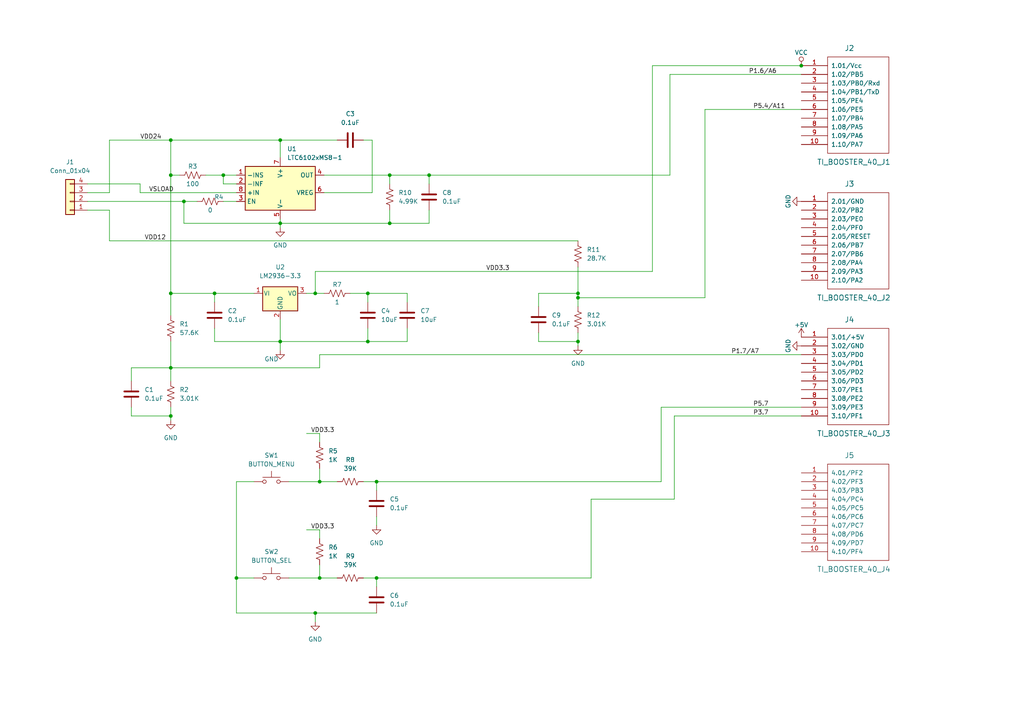
<source format=kicad_sch>
(kicad_sch (version 20211123) (generator eeschema)
  (paper "A4")
  (title_block (date "19 oct 2012"))
  (lib_symbols
    (symbol "Amplifier_Current:LTC6102xMS8-1"
      (property "Reference" "U" (at -10.16 8.89 0))
      (property "Value" "LTC6102xMS8-1" (at 1.27 8.89 0))
      (symbol "LTC6102xMS8-1_0_1"
        (rectangle (start -10.16 7.62) (end 10.16 -5.08) (stroke (width 0.254)) (fill (type background)))
      )
      (symbol "LTC6102xMS8-1_1_1"
        (pin input line (at -12.7 5.08 0) (length 2.54) (name "-INS") (number "1"))
        (pin input line (at -12.7 2.54 0) (length 2.54) (name "-INF") (number "2"))
        (pin input line (at -12.7 -2.54 0) (length 2.54) (name "EN") (number "3"))
        (pin output line (at 12.7 5.08 180) (length 2.54) (name "OUT") (number "4"))
        (pin power_in line (at 0 -7.62 90) (length 2.54) (name "V-") (number "5"))
        (pin output line (at 12.7 0 180) (length 2.54) (name "VREG") (number "6"))
        (pin power_in line (at 0 10.16 270) (length 2.54) (name "V+") (number "7"))
        (pin input line (at -12.7 0 0) (length 2.54) (name "+IN") (number "8"))
      )
    )
    (symbol "Connector_Generic:Conn_01x04" (pin_names (offset 1.016) hide)
      (property "Reference" "J" (at 0 5.08 0))
      (property "Value" "Conn_01x04" (at 0 -7.62 0))
      (symbol "Conn_01x04_1_1"
        (rectangle (start -1.27 -4.953) (end 0 -5.207) (stroke (width 0.1524)))
        (rectangle (start -1.27 -2.413) (end 0 -2.667) (stroke (width 0.1524)))
        (rectangle (start -1.27 0.127) (end 0 -0.127) (stroke (width 0.1524)))
        (rectangle (start -1.27 2.667) (end 0 2.413) (stroke (width 0.1524)))
        (rectangle (start -1.27 3.81) (end 1.27 -6.35) (stroke (width 0.254)) (fill (type background)))
        (pin passive line (at -5.08 2.54 0) (length 3.81) (name "Pin_1") (number "1"))
        (pin passive line (at -5.08 0 0) (length 3.81) (name "Pin_2") (number "2"))
        (pin passive line (at -5.08 -2.54 0) (length 3.81) (name "Pin_3") (number "3"))
        (pin passive line (at -5.08 -5.08 0) (length 3.81) (name "Pin_4") (number "4"))
      )
    )
    (symbol "Device:C" (pin_numbers hide) (pin_names (offset 0.254))
      (property "Reference" "C" (at 0.635 2.54 0))
      (property "Value" "C" (at 0.635 -2.54 0))
      (symbol "C_0_1"
        (polyline (pts (xy -2.032 -0.762) (xy 2.032 -0.762)) (stroke (width 0.508)))
        (polyline (pts (xy -2.032 0.762) (xy 2.032 0.762)) (stroke (width 0.508)))
      )
      (symbol "C_1_1"
        (pin passive line (at 0 3.81 270) (length 2.794) (name "~") (number "1"))
        (pin passive line (at 0 -3.81 90) (length 2.794) (name "~") (number "2"))
      )
    )
    (symbol "Device:R_US" (pin_numbers hide) (pin_names (offset 0))
      (property "Reference" "R" (at 2.54 0 90))
      (property "Value" "R_US" (at -2.54 0 90))
      (symbol "R_US_0_1"
        (polyline (pts (xy 0 -2.286) (xy 0 -2.54)))
        (polyline (pts (xy 0 2.286) (xy 0 2.54)))
        (polyline (pts (xy 0 -0.762) (xy 1.016 -1.143) (xy 0 -1.524) (xy -1.016 -1.905) (xy 0 -2.286)))
        (polyline (pts (xy 0 0.762) (xy 1.016 0.381) (xy 0 0) (xy -1.016 -0.381) (xy 0 -0.762)))
        (polyline (pts (xy 0 2.286) (xy 1.016 1.905) (xy 0 1.524) (xy -1.016 1.143) (xy 0 0.762)))
      )
      (symbol "R_US_1_1"
        (pin passive line (at 0 3.81 270) (length 1.27) (name "~") (number "1"))
        (pin passive line (at 0 -3.81 90) (length 1.27) (name "~") (number "2"))
      )
    )
    (symbol "Regulator_Linear:LM2936-3.3" (pin_names (offset 0.254))
      (property "Reference" "U" (at -3.81 3.175 0))
      (property "Value" "LM2936-3.3" (at 0 3.175 0))
      (symbol "LM2936-3.3_0_1"
        (rectangle (start -5.08 1.905) (end 5.08 -5.08) (stroke (width 0.254)) (fill (type background)))
      )
      (symbol "LM2936-3.3_1_1"
        (pin power_in line (at -7.62 0 0) (length 2.54) (name "VI") (number "1"))
        (pin power_in line (at 0 -7.62 90) (length 2.54) (name "GND") (number "2"))
        (pin power_out line (at 7.62 0 180) (length 2.54) (name "VO") (number "3"))
      )
    )
    (symbol "Switch:SW_Push" (pin_numbers hide) (pin_names (offset 1.016) hide)
      (property "Reference" "SW" (at 1.27 2.54 0))
      (property "Value" "SW_Push" (at 0 -1.524 0))
      (symbol "SW_Push_0_1"
        (circle (center -2.032 0) (radius 0.508))
        (polyline (pts (xy 0 1.27) (xy 0 3.048)))
        (polyline (pts (xy 2.54 1.27) (xy -2.54 1.27)))
        (circle (center 2.032 0) (radius 0.508))
        (pin passive line (at -5.08 0 0) (length 2.54) (name "1") (number "1"))
        (pin passive line (at 5.08 0 180) (length 2.54) (name "2") (number "2"))
      )
    )
    (symbol "boosterpack:Ti_Booster_40_J1" (pin_names (offset 1.016))
      (property "Reference" "J" (at -1.27 16.51 0))
      (property "Value" "Ti_Booster_40_J1" (at 0 -16.51 0))
      (symbol "Ti_Booster_40_J1_0_1"
        (rectangle (start -7.62 13.97) (end 10.16 -13.97))
      )
      (symbol "Ti_Booster_40_J1_1_1"
        (pin power_in line (at -15.24 11.43 0) (length 7.62) (name "1.01/Vcc") (number "1"))
        (pin bidirectional line (at -15.24 -11.43 0) (length 7.62) (name "1.10/PA7") (number "10"))
        (pin bidirectional line (at -15.24 8.89 0) (length 7.62) (name "1.02/PB5") (number "2"))
        (pin bidirectional line (at -15.24 6.35 0) (length 7.62) (name "1.03/PB0/Rxd") (number "3"))
        (pin bidirectional line (at -15.24 3.81 0) (length 7.62) (name "1.04/PB1/TxD") (number "4"))
        (pin bidirectional line (at -15.24 1.27 0) (length 7.62) (name "1.05/PE4") (number "5"))
        (pin bidirectional line (at -15.24 -1.27 0) (length 7.62) (name "1.06/PE5") (number "6"))
        (pin bidirectional line (at -15.24 -3.81 0) (length 7.62) (name "1.07/PB4") (number "7"))
        (pin bidirectional line (at -15.24 -6.35 0) (length 7.62) (name "1.08/PA5") (number "8"))
        (pin bidirectional line (at -15.24 -8.89 0) (length 7.62) (name "1.09/PA6") (number "9"))
      )
    )
    (symbol "boosterpack:Ti_Booster_40_J2" (pin_names (offset 1.016))
      (property "Reference" "J" (at -1.27 16.51 0))
      (property "Value" "Ti_Booster_40_J2" (at 0 -16.51 0))
      (symbol "Ti_Booster_40_J2_0_1"
        (rectangle (start -7.62 13.97) (end 10.16 -13.97))
      )
      (symbol "Ti_Booster_40_J2_1_1"
        (pin power_in line (at -15.24 11.43 0) (length 7.62) (name "2.01/GND") (number "1"))
        (pin bidirectional line (at -15.24 -11.43 0) (length 7.62) (name "2.10/PA2") (number "10"))
        (pin bidirectional line (at -15.24 8.89 0) (length 7.62) (name "2.02/PB2") (number "2"))
        (pin bidirectional line (at -15.24 6.35 0) (length 7.62) (name "2.03/PE0") (number "3"))
        (pin bidirectional line (at -15.24 3.81 0) (length 7.62) (name "2.04/PF0") (number "4"))
        (pin bidirectional line (at -15.24 1.27 0) (length 7.62) (name "2.05/RESET") (number "5"))
        (pin bidirectional line (at -15.24 -1.27 0) (length 7.62) (name "2.06/PB7") (number "6"))
        (pin bidirectional line (at -15.24 -3.81 0) (length 7.62) (name "2.07/PB6") (number "7"))
        (pin bidirectional line (at -15.24 -6.35 0) (length 7.62) (name "2.08/PA4") (number "8"))
        (pin bidirectional line (at -15.24 -8.89 0) (length 7.62) (name "2.09/PA3") (number "9"))
      )
    )
    (symbol "boosterpack:Ti_Booster_40_J3" (pin_names (offset 1.016))
      (property "Reference" "J" (at -1.27 16.51 0))
      (property "Value" "Ti_Booster_40_J3" (at 0 -16.51 0))
      (symbol "Ti_Booster_40_J3_0_1"
        (rectangle (start -7.62 13.97) (end 10.16 -13.97))
      )
      (symbol "Ti_Booster_40_J3_1_1"
        (pin power_in line (at -15.24 11.43 0) (length 7.62) (name "3.01/+5V") (number "1"))
        (pin bidirectional line (at -15.24 -11.43 0) (length 7.62) (name "3.10/PF1") (number "10"))
        (pin bidirectional line (at -15.24 8.89 0) (length 7.62) (name "3.02/GND") (number "2"))
        (pin bidirectional line (at -15.24 6.35 0) (length 7.62) (name "3.03/PD0") (number "3"))
        (pin bidirectional line (at -15.24 3.81 0) (length 7.62) (name "3.04/PD1") (number "4"))
        (pin bidirectional line (at -15.24 1.27 0) (length 7.62) (name "3.05/PD2") (number "5"))
        (pin bidirectional line (at -15.24 -1.27 0) (length 7.62) (name "3.06/PD3") (number "6"))
        (pin bidirectional line (at -15.24 -3.81 0) (length 7.62) (name "3.07/PE1") (number "7"))
        (pin bidirectional line (at -15.24 -6.35 0) (length 7.62) (name "3.08/PE2") (number "8"))
        (pin bidirectional line (at -15.24 -8.89 0) (length 7.62) (name "3.09/PE3") (number "9"))
      )
    )
    (symbol "boosterpack:Ti_Booster_40_J4" (pin_names (offset 1.016))
      (property "Reference" "J" (at -1.27 16.51 0))
      (property "Value" "Ti_Booster_40_J4" (at 0 -16.51 0))
      (symbol "Ti_Booster_40_J4_0_1"
        (rectangle (start -7.62 13.97) (end 10.16 -13.97))
      )
      (symbol "Ti_Booster_40_J4_1_1"
        (pin power_in line (at -15.24 11.43 0) (length 7.62) (name "4.01/PF2") (number "1"))
        (pin bidirectional line (at -15.24 -11.43 0) (length 7.62) (name "4.10/PF4") (number "10"))
        (pin bidirectional line (at -15.24 8.89 0) (length 7.62) (name "4.02/PF3") (number "2"))
        (pin bidirectional line (at -15.24 6.35 0) (length 7.62) (name "4.03/PB3") (number "3"))
        (pin bidirectional line (at -15.24 3.81 0) (length 7.62) (name "4.04/PC4") (number "4"))
        (pin bidirectional line (at -15.24 1.27 0) (length 7.62) (name "4.05/PC5") (number "5"))
        (pin bidirectional line (at -15.24 -1.27 0) (length 7.62) (name "4.06/PC6") (number "6"))
        (pin bidirectional line (at -15.24 -3.81 0) (length 7.62) (name "4.07/PC7") (number "7"))
        (pin bidirectional line (at -15.24 -6.35 0) (length 7.62) (name "4.08/PD6") (number "8"))
        (pin bidirectional line (at -15.24 -8.89 0) (length 7.62) (name "4.09/PD7") (number "9"))
      )
    )
    (symbol "power:+5V" (power) (pin_names (offset 0))
      (property "Value" "+5V" (at 0 3.556 0))
      (symbol "+5V_0_1"
        (polyline (pts (xy -0.762 1.27) (xy 0 2.54)))
        (polyline (pts (xy 0 0) (xy 0 2.54)))
        (polyline (pts (xy 0 2.54) (xy 0.762 1.27)))
      )
      (symbol "+5V_1_1"
        (pin power_in line (at 0 0 90) (length 0) hide (name "+5V") (number "1"))
      )
    )
    (symbol "power:GND" (power) (pin_names (offset 0))
      (property "Value" "GND" (at 0 -3.81 0))
      (symbol "GND_0_1"
        (polyline (pts (xy 0 0) (xy 0 -1.27) (xy 1.27 -1.27) (xy 0 -2.54) (xy -1.27 -1.27) (xy 0 -1.27)))
      )
      (symbol "GND_1_1"
        (pin power_in line (at 0 0 270) (length 0) hide (name "GND") (number "1"))
      )
    )
    (symbol "power:VCC" (power) (pin_names (offset 0))
      (property "Value" "VCC" (at 0 3.81 0))
      (symbol "VCC_0_1"
        (polyline (pts (xy 0 0) (xy 0 1.27)))
        (circle (center 0 1.905) (radius 0.635))
      )
      (symbol "VCC_1_1"
        (pin power_in line (at 0 0 90) (length 0) hide (name "VCC") (number "1"))
      )
    )
  )
  (junction (at 68.58 167.64))
  (junction (at 113.03 64.77))
  (junction (at 92.71 139.7))
  (junction (at 109.22 139.7))
  (junction (at 106.68 99.06))
  (junction (at 81.28 99.06))
  (junction (at 49.53 106.68))
  (junction (at 167.64 86.36))
  (junction (at 167.64 85.09))
  (junction (at 113.03 50.8))
  (junction (at 106.68 85.09))
  (junction (at 49.53 50.8))
  (junction (at 64.77 50.8))
  (junction (at 49.53 40.64))
  (junction (at 167.64 99.06))
  (junction (at 92.71 167.64))
  (junction (at 124.46 50.8))
  (junction (at 109.22 167.64))
  (junction (at 49.53 85.09))
  (junction (at 49.53 120.65))
  (junction (at 62.23 85.09))
  (junction (at 81.28 64.77))
  (junction (at 91.44 85.09))
  (junction (at 81.28 40.64))
  (junction (at 53.34 58.42))
  (junction (at 232.41 19.05))
  (junction (at 91.44 177.8))
  (wire (pts (xy 106.68 85.09) (xy 106.68 87.63)))
  (wire (pts (xy 91.44 85.09) (xy 93.98 85.09)))
  (wire (pts (xy 92.71 135.89) (xy 92.71 139.7)))
  (wire (pts (xy 113.03 64.77) (xy 81.28 64.77)))
  (wire (pts (xy 93.98 50.8) (xy 113.03 50.8)))
  (wire (pts (xy 232.41 31.75) (xy 204.47 31.75)))
  (wire (pts (xy 195.58 144.78) (xy 195.58 120.65)))
  (wire (pts (xy 38.1 118.11) (xy 38.1 120.65)))
  (wire (pts (xy 171.45 167.64) (xy 171.45 144.78)))
  (wire (pts (xy 113.03 50.8) (xy 124.46 50.8)))
  (wire (pts (xy 81.28 64.77) (xy 81.28 66.04)))
  (wire (pts (xy 88.9 85.09) (xy 91.44 85.09)))
  (wire (pts (xy 64.77 58.42) (xy 68.58 58.42)))
  (wire (pts (xy 124.46 50.8) (xy 124.46 53.34)))
  (wire (pts (xy 106.68 95.25) (xy 106.68 99.06)))
  (wire (pts (xy 105.41 167.64) (xy 109.22 167.64)))
  (wire (pts (xy 49.53 50.8) (xy 49.53 85.09)))
  (wire (pts (xy 109.22 149.86) (xy 109.22 152.4)))
  (wire (pts (xy 81.28 40.64) (xy 97.79 40.64)))
  (wire (pts (xy 49.53 85.09) (xy 49.53 91.44)))
  (wire (pts (xy 81.28 92.71) (xy 81.28 99.06)))
  (wire (pts (xy 49.53 118.11) (xy 49.53 120.65)))
  (wire (pts (xy 68.58 167.64) (xy 73.66 167.64)))
  (wire (pts (xy 81.28 99.06) (xy 81.28 101.6)))
  (wire (pts (xy 92.71 167.64) (xy 97.79 167.64)))
  (wire (pts (xy 68.58 139.7) (xy 68.58 167.64)))
  (wire (pts (xy 204.47 31.75) (xy 204.47 86.36)))
  (wire (pts (xy 92.71 102.87) (xy 232.41 102.87)))
  (wire (pts (xy 68.58 177.8) (xy 91.44 177.8)))
  (wire (pts (xy 62.23 85.09) (xy 49.53 85.09)))
  (wire (pts (xy 124.46 60.96) (xy 124.46 64.77)))
  (wire (pts (xy 101.6 85.09) (xy 106.68 85.09)))
  (wire (pts (xy 106.68 99.06) (xy 81.28 99.06)))
  (wire (pts (xy 31.75 40.64) (xy 31.75 55.88)))
  (wire (pts (xy 83.82 167.64) (xy 92.71 167.64)))
  (wire (pts (xy 49.53 99.06) (xy 49.53 106.68)))
  (wire (pts (xy 31.75 60.96) (xy 31.75 69.85)))
  (wire (pts (xy 53.34 58.42) (xy 53.34 64.77)))
  (wire (pts (xy 167.64 77.47) (xy 167.64 85.09)))
  (wire (pts (xy 64.77 50.8) (xy 68.58 50.8)))
  (wire (pts (xy 38.1 106.68) (xy 49.53 106.68)))
  (wire (pts (xy 49.53 106.68) (xy 49.53 110.49)))
  (wire (pts (xy 49.53 40.64) (xy 81.28 40.64)))
  (wire (pts (xy 109.22 167.64) (xy 109.22 170.18)))
  (wire (pts (xy 189.23 19.05) (xy 232.41 19.05)))
  (wire (pts (xy 113.03 60.96) (xy 113.03 64.77)))
  (wire (pts (xy 83.82 139.7) (xy 92.71 139.7)))
  (wire (pts (xy 91.44 85.09) (xy 91.44 78.74)))
  (wire (pts (xy 40.64 55.88) (xy 68.58 55.88)))
  (wire (pts (xy 167.64 85.09) (xy 167.64 86.36)))
  (wire (pts (xy 91.44 177.8) (xy 91.44 180.34)))
  (wire (pts (xy 109.22 167.64) (xy 171.45 167.64)))
  (wire (pts (xy 25.4 53.34) (xy 40.64 53.34)))
  (wire (pts (xy 73.66 85.09) (xy 62.23 85.09)))
  (wire (pts (xy 167.64 86.36) (xy 167.64 88.9)))
  (wire (pts (xy 113.03 50.8) (xy 113.03 53.34)))
  (wire (pts (xy 53.34 64.77) (xy 81.28 64.77)))
  (wire (pts (xy 92.71 106.68) (xy 92.71 102.87)))
  (wire (pts (xy 73.66 139.7) (xy 68.58 139.7)))
  (wire (pts (xy 156.21 88.9) (xy 156.21 85.09)))
  (wire (pts (xy 124.46 50.8) (xy 194.31 50.8)))
  (wire (pts (xy 124.46 64.77) (xy 113.03 64.77)))
  (wire (pts (xy 49.53 40.64) (xy 49.53 50.8)))
  (wire (pts (xy 156.21 96.52) (xy 156.21 99.06)))
  (wire (pts (xy 109.22 139.7) (xy 191.77 139.7)))
  (wire (pts (xy 91.44 177.8) (xy 109.22 177.8)))
  (wire (pts (xy 31.75 69.85) (xy 167.64 69.85)))
  (wire (pts (xy 25.4 58.42) (xy 53.34 58.42)))
  (wire (pts (xy 38.1 120.65) (xy 49.53 120.65)))
  (wire (pts (xy 107.95 40.64) (xy 105.41 40.64)))
  (wire (pts (xy 92.71 128.27) (xy 92.71 125.73)))
  (wire (pts (xy 156.21 99.06) (xy 167.64 99.06)))
  (wire (pts (xy 92.71 163.83) (xy 92.71 167.64)))
  (wire (pts (xy 92.71 139.7) (xy 97.79 139.7)))
  (wire (pts (xy 189.23 78.74) (xy 189.23 19.05)))
  (wire (pts (xy 68.58 53.34) (xy 64.77 53.34)))
  (wire (pts (xy 62.23 99.06) (xy 81.28 99.06)))
  (wire (pts (xy 88.9 125.73) (xy 92.71 125.73)))
  (wire (pts (xy 191.77 118.11) (xy 232.41 118.11)))
  (wire (pts (xy 68.58 167.64) (xy 68.58 177.8)))
  (wire (pts (xy 109.22 139.7) (xy 109.22 142.24)))
  (wire (pts (xy 31.75 40.64) (xy 49.53 40.64)))
  (wire (pts (xy 57.15 58.42) (xy 53.34 58.42)))
  (wire (pts (xy 40.64 53.34) (xy 40.64 55.88)))
  (wire (pts (xy 156.21 85.09) (xy 167.64 85.09)))
  (wire (pts (xy 88.9 153.67) (xy 92.71 153.67)))
  (wire (pts (xy 49.53 120.65) (xy 49.53 121.92)))
  (wire (pts (xy 167.64 86.36) (xy 204.47 86.36)))
  (wire (pts (xy 64.77 50.8) (xy 64.77 53.34)))
  (wire (pts (xy 107.95 55.88) (xy 107.95 40.64)))
  (wire (pts (xy 118.11 85.09) (xy 118.11 87.63)))
  (wire (pts (xy 49.53 106.68) (xy 92.71 106.68)))
  (wire (pts (xy 25.4 60.96) (xy 31.75 60.96)))
  (wire (pts (xy 59.69 50.8) (xy 64.77 50.8)))
  (wire (pts (xy 118.11 99.06) (xy 106.68 99.06)))
  (wire (pts (xy 81.28 63.5) (xy 81.28 64.77)))
  (wire (pts (xy 49.53 50.8) (xy 52.07 50.8)))
  (wire (pts (xy 171.45 144.78) (xy 195.58 144.78)))
  (wire (pts (xy 92.71 156.21) (xy 92.71 153.67)))
  (wire (pts (xy 194.31 21.59) (xy 232.41 21.59)))
  (wire (pts (xy 62.23 85.09) (xy 62.23 87.63)))
  (wire (pts (xy 62.23 95.25) (xy 62.23 99.06)))
  (wire (pts (xy 167.64 96.52) (xy 167.64 99.06)))
  (wire (pts (xy 194.31 50.8) (xy 194.31 21.59)))
  (wire (pts (xy 81.28 45.72) (xy 81.28 40.64)))
  (wire (pts (xy 195.58 120.65) (xy 232.41 120.65)))
  (wire (pts (xy 105.41 139.7) (xy 109.22 139.7)))
  (wire (pts (xy 191.77 139.7) (xy 191.77 118.11)))
  (wire (pts (xy 106.68 85.09) (xy 118.11 85.09)))
  (wire (pts (xy 38.1 110.49) (xy 38.1 106.68)))
  (wire (pts (xy 93.98 55.88) (xy 107.95 55.88)))
  (wire (pts (xy 167.64 99.06) (xy 167.64 100.33)))
  (wire (pts (xy 118.11 95.25) (xy 118.11 99.06)))
  (wire (pts (xy 91.44 78.74) (xy 189.23 78.74)))
  (wire (pts (xy 25.4 55.88) (xy 31.75 55.88)))
  (label "P3.7" (at 218.44 120.65 0))
  (label "P5.4{slash}A11" (at 218.44 31.75 0))
  (label "VDD24" (at 40.64 40.64 0))
  (label "P1.7{slash}A7" (at 212.09 102.87 0))
  (label "VDD3.3" (at 140.97 78.74 0))
  (label "VDD3.3" (at 90.17 153.67 0))
  (label "VSLOAD" (at 43.18 55.88 0))
  (label "P5.7" (at 218.44 118.11 0))
  (label "P1.6{slash}A6" (at 217.17 21.59 0))
  (label "VDD3.3" (at 90.17 125.73 0))
  (label "VDD12" (at 41.91 69.85 0))
  (symbol (lib_id "power:GND") (at 232.41 58.42 270) (unit 1)
    (property "Reference" "#PWR08" (effects hide))
    (property "Value" "GND" (at 228.6 58.42 0))
  )
  (symbol (lib_id "power:VCC") (at 232.41 19.05 0) (unit 1)
    (property "Reference" "#PWR07" (effects hide))
    (property "Value" "VCC" (at 232.41 15.24 0))
  )
  (symbol (lib_id "boosterpack:Ti_Booster_40_J1") (at 247.65 30.48 0) (unit 1)
    (property "Reference" "J2" (at 246.38 13.97 0) (effects (font (size 1.524 1.524))))
    (property "Value" "TI_BOOSTER_40_J1" (at 247.65 46.99 0) (effects (font (size 1.524 1.524))))
    (property "Footprint" "Connector_PinHeader_2.54mm:PinHeader_1x10_P2.54mm_Vertical" (effects hide))
  )
  (symbol (lib_id "boosterpack:Ti_Booster_40_J2") (at 247.65 69.85 0) (unit 1)
    (property "Reference" "J3" (at 246.38 53.34 0) (effects (font (size 1.524 1.524))))
    (property "Value" "TI_BOOSTER_40_J2" (at 247.65 86.36 0) (effects (font (size 1.524 1.524))))
    (property "Footprint" "Connector_PinHeader_2.54mm:PinHeader_1x10_P2.54mm_Vertical" (effects hide))
  )
  (symbol (lib_id "boosterpack:Ti_Booster_40_J3") (at 247.65 109.22 0) (unit 1)
    (property "Reference" "J4" (at 246.38 92.71 0) (effects (font (size 1.524 1.524))))
    (property "Value" "TI_BOOSTER_40_J3" (at 247.65 125.73 0) (effects (font (size 1.524 1.524))))
    (property "Footprint" "Connector_PinHeader_2.54mm:PinHeader_1x10_P2.54mm_Vertical" (effects hide))
  )
  (symbol (lib_id "boosterpack:Ti_Booster_40_J4") (at 247.65 148.59 0) (unit 1)
    (property "Reference" "J5" (at 246.38 132.08 0) (effects (font (size 1.524 1.524))))
    (property "Value" "TI_BOOSTER_40_J4" (at 247.65 165.1 0) (effects (font (size 1.524 1.524))))
    (property "Footprint" "Connector_PinHeader_2.54mm:PinHeader_1x10_P2.54mm_Vertical" (effects hide))
  )
  (symbol (lib_id "power:GND") (at 232.41 100.33 270) (unit 1)
    (property "Reference" "#PWR010" (effects hide))
    (property "Value" "GND" (at 228.6 100.33 0))
  )
  (symbol (lib_id "power:+5V") (at 232.41 97.79 0) (unit 1)
    (property "Reference" "#PWR09" (effects hide))
    (property "Value" "+5V" (at 232.41 94.234 0))
  )
  (symbol (lib_id "Device:C") (at 124.46 57.15 180) (unit 1)
    (property "Reference" "C8" (at 128.27 55.8799 0) (effects (justify right)))
    (property "Value" "0.1uF" (at 128.27 58.4199 0) (effects (justify right)))
    (property "Footprint" "Capacitor_SMD:C_0603_1608Metric_Pad1.08x0.95mm_HandSolder" (effects hide))
  )
  (symbol (lib_id "power:GND") (at 91.44 180.34 0) (unit 1)
    (property "Reference" "#PWR04" (effects hide))
    (property "Value" "GND" (at 91.44 185.42 0))
  )
  (symbol (lib_id "Device:R_US") (at 167.64 92.71 0) (unit 1)
    (property "Reference" "R12" (at 170.18 91.4399 0) (effects (justify left)))
    (property "Value" "3.01K" (at 170.18 93.9799 0) (effects (justify left)))
    (property "Footprint" "Resistor_SMD:R_0603_1608Metric_Pad0.98x0.95mm_HandSolder" (effects hide))
  )
  (symbol (lib_id "Switch:SW_Push") (at 78.74 139.7 0) (unit 1)
    (property "Reference" "SW1" (at 78.74 132.08 0))
    (property "Value" "BUTTON_MENU" (at 78.74 134.62 0))
    (property "Footprint" "Button_Switch_SMD:SW_SPST_EVQQ2" (effects hide))
  )
  (symbol (lib_id "Device:R_US") (at 167.64 73.66 0) (unit 1)
    (property "Reference" "R11" (at 170.18 72.3899 0) (effects (justify left)))
    (property "Value" "28.7K" (at 170.18 74.9299 0) (effects (justify left)))
    (property "Footprint" "Resistor_SMD:R_0603_1608Metric_Pad0.98x0.95mm_HandSolder" (effects hide))
  )
  (symbol (lib_id "Device:C") (at 109.22 173.99 180) (unit 1)
    (property "Reference" "C6" (at 113.03 172.7199 0) (effects (justify right)))
    (property "Value" "0.1uF" (at 113.03 175.2599 0) (effects (justify right)))
    (property "Footprint" "Capacitor_SMD:C_0603_1608Metric_Pad1.08x0.95mm_HandSolder" (effects hide))
  )
  (symbol (lib_id "Device:C") (at 109.22 146.05 180) (unit 1)
    (property "Reference" "C5" (at 113.03 144.7799 0) (effects (justify right)))
    (property "Value" "0.1uF" (at 113.03 147.3199 0) (effects (justify right)))
    (property "Footprint" "Capacitor_SMD:C_0603_1608Metric_Pad1.08x0.95mm_HandSolder" (effects hide))
  )
  (symbol (lib_id "Device:R_US") (at 55.88 50.8 90) (unit 1)
    (property "Reference" "R3" (at 55.88 48.26 90))
    (property "Value" "100" (at 55.88 53.34 90))
    (property "Footprint" "Resistor_SMD:R_0603_1608Metric_Pad0.98x0.95mm_HandSolder" (effects hide))
  )
  (symbol (lib_id "Device:R_US") (at 60.96 58.42 90) (unit 1)
    (property "Reference" "R4" (at 63.5 57.15 90))
    (property "Value" "0" (at 60.96 60.96 90))
    (property "Footprint" "Resistor_SMD:R_0603_1608Metric_Pad0.98x0.95mm_HandSolder" (effects hide))
  )
  (symbol (lib_id "Device:C") (at 118.11 91.44 180) (unit 1)
    (property "Reference" "C7" (at 121.92 90.1699 0) (effects (justify right)))
    (property "Value" "10uF" (at 121.92 92.7099 0) (effects (justify right)))
    (property "Footprint" "Capacitor_SMD:C_0805_2012Metric_Pad1.18x1.45mm_HandSolder" (effects hide))
  )
  (symbol (lib_id "Connector_Generic:Conn_01x04") (at 20.32 58.42 180) (unit 1)
    (property "Reference" "J1" (at 20.32 46.99 0))
    (property "Value" "Conn_01x04" (at 20.32 49.53 0))
    (property "Footprint" "Connector_Phoenix_MC:PhoenixContact_MCV_1,5_4-G-3.81_1x04_P3.81mm_Vertical" (effects hide))
  )
  (symbol (lib_id "power:GND") (at 81.28 101.6 0) (unit 1)
    (property "Reference" "#PWR03" (effects hide))
    (property "Value" "GND" (at 78.74 104.14 0))
  )
  (symbol (lib_id "Device:R_US") (at 49.53 95.25 0) (unit 1)
    (property "Reference" "R1" (at 52.07 93.9799 0) (effects (justify left)))
    (property "Value" "57.6K" (at 52.07 96.5199 0) (effects (justify left)))
    (property "Footprint" "Resistor_SMD:R_0603_1608Metric_Pad0.98x0.95mm_HandSolder" (effects hide))
  )
  (symbol (lib_id "power:GND") (at 49.53 121.92 0) (unit 1)
    (property "Reference" "#PWR01" (effects hide))
    (property "Value" "GND" (at 49.53 127 0))
  )
  (symbol (lib_id "Device:C") (at 101.6 40.64 90) (unit 1)
    (property "Reference" "C3" (at 101.6 33.02 90))
    (property "Value" "0.1uF" (at 101.6 35.56 90))
    (property "Footprint" "Capacitor_SMD:C_0603_1608Metric_Pad1.08x0.95mm_HandSolder" (effects hide))
  )
  (symbol (lib_id "Device:R_US") (at 49.53 114.3 0) (unit 1)
    (property "Reference" "R2" (at 52.07 113.0299 0) (effects (justify left)))
    (property "Value" "3.01K" (at 52.07 115.5699 0) (effects (justify left)))
    (property "Footprint" "Resistor_SMD:R_0603_1608Metric_Pad0.98x0.95mm_HandSolder" (effects hide))
  )
  (symbol (lib_id "Device:R_US") (at 101.6 139.7 90) (unit 1)
    (property "Reference" "R8" (at 101.6 133.35 90))
    (property "Value" "39K" (at 101.6 135.89 90))
    (property "Footprint" "Resistor_SMD:R_0603_1608Metric_Pad0.98x0.95mm_HandSolder" (effects hide))
  )
  (symbol (lib_id "Regulator_Linear:LM2936-3.3") (at 81.28 85.09 0) (unit 1)
    (property "Reference" "U2" (at 81.28 77.47 0))
    (property "Value" "LM2936-3.3" (at 81.28 80.01 0))
    (property "Footprint" "Package_TO_SOT_SMD:SOT-223" (effects hide))
    (property "Datasheet" "http://www.ti.com/lit/ds/symlink/lm2936.pdf" (effects hide))
  )
  (symbol (lib_id "Device:R_US") (at 92.71 160.02 180) (unit 1)
    (property "Reference" "R6" (at 95.25 158.7499 0) (effects (justify right)))
    (property "Value" "1K" (at 95.25 161.2899 0) (effects (justify right)))
    (property "Footprint" "Resistor_SMD:R_0603_1608Metric_Pad0.98x0.95mm_HandSolder" (effects hide))
  )
  (symbol (lib_id "power:GND") (at 81.28 66.04 0) (unit 1)
    (property "Reference" "#PWR02" (effects hide))
    (property "Value" "GND" (at 81.28 71.12 0))
  )
  (symbol (lib_id "Device:C") (at 106.68 91.44 180) (unit 1)
    (property "Reference" "C4" (at 110.49 90.1699 0) (effects (justify right)))
    (property "Value" "10uF" (at 110.49 92.7099 0) (effects (justify right)))
    (property "Footprint" "Capacitor_SMD:C_0805_2012Metric_Pad1.18x1.45mm_HandSolder" (effects hide))
  )
  (symbol (lib_id "Device:C") (at 156.21 92.71 180) (unit 1)
    (property "Reference" "C9" (at 160.02 91.4399 0) (effects (justify right)))
    (property "Value" "0.1uF" (at 160.02 93.9799 0) (effects (justify right)))
    (property "Footprint" "Capacitor_SMD:C_0603_1608Metric_Pad1.08x0.95mm_HandSolder" (effects hide))
  )
  (symbol (lib_id "Device:R_US") (at 92.71 132.08 180) (unit 1)
    (property "Reference" "R5" (at 95.25 130.8099 0) (effects (justify right)))
    (property "Value" "1K" (at 95.25 133.3499 0) (effects (justify right)))
    (property "Footprint" "Resistor_SMD:R_0603_1608Metric_Pad0.98x0.95mm_HandSolder" (effects hide))
  )
  (symbol (lib_id "Amplifier_Current:LTC6102xMS8-1") (at 81.28 55.88 0) (unit 1)
    (property "Reference" "U1" (at 83.2994 43.18 0) (effects (justify left)))
    (property "Value" "LTC6102xMS8-1" (at 83.2994 45.72 0) (effects (justify left)))
    (property "Footprint" "Package_SO:MSOP-8_3x3mm_P0.65mm" (effects hide))
    (property "Datasheet" "https://www.analog.com/media/en/technical-documentation/data-sheets/6102fe.pdf" (effects hide))
  )
  (symbol (lib_id "Device:R_US") (at 113.03 57.15 0) (unit 1)
    (property "Reference" "R10" (at 115.57 55.8799 0) (effects (justify left)))
    (property "Value" "4.99K" (at 115.57 58.4199 0) (effects (justify left)))
    (property "Footprint" "Resistor_SMD:R_0603_1608Metric_Pad0.98x0.95mm_HandSolder" (effects hide))
  )
  (symbol (lib_id "Device:C") (at 62.23 91.44 180) (unit 1)
    (property "Reference" "C2" (at 66.04 90.1699 0) (effects (justify right)))
    (property "Value" "0.1uF" (at 66.04 92.7099 0) (effects (justify right)))
    (property "Footprint" "Capacitor_SMD:C_0603_1608Metric_Pad1.08x0.95mm_HandSolder" (effects hide))
  )
  (symbol (lib_id "Device:R_US") (at 101.6 167.64 90) (unit 1)
    (property "Reference" "R9" (at 101.6 161.29 90))
    (property "Value" "39K" (at 101.6 163.83 90))
    (property "Footprint" "Resistor_SMD:R_0603_1608Metric_Pad0.98x0.95mm_HandSolder" (effects hide))
  )
  (symbol (lib_id "power:GND") (at 109.22 152.4 0) (unit 1)
    (property "Reference" "#PWR05" (effects hide))
    (property "Value" "GND" (at 109.22 157.48 0))
  )
  (symbol (lib_id "Switch:SW_Push") (at 78.74 167.64 0) (unit 1)
    (property "Reference" "SW2" (at 78.74 160.02 0))
    (property "Value" "BUTTON_SEL" (at 78.74 162.56 0))
    (property "Footprint" "Button_Switch_SMD:SW_SPST_EVQQ2" (effects hide))
  )
  (symbol (lib_id "power:GND") (at 167.64 100.33 0) (unit 1)
    (property "Reference" "#PWR06" (effects hide))
    (property "Value" "GND" (at 167.64 105.41 0))
  )
  (symbol (lib_id "Device:C") (at 38.1 114.3 180) (unit 1)
    (property "Reference" "C1" (at 41.91 113.0299 0) (effects (justify right)))
    (property "Value" "0.1uF" (at 41.91 115.5699 0) (effects (justify right)))
    (property "Footprint" "Capacitor_SMD:C_0603_1608Metric_Pad1.08x0.95mm_HandSolder" (effects hide))
  )
  (symbol (lib_id "Device:R_US") (at 97.79 85.09 90) (unit 1)
    (property "Reference" "R7" (at 97.79 82.55 90))
    (property "Value" "1" (at 97.79 87.63 90))
    (property "Footprint" "Resistor_SMD:R_0603_1608Metric_Pad0.98x0.95mm_HandSolder" (effects hide))
  )
)
</source>
